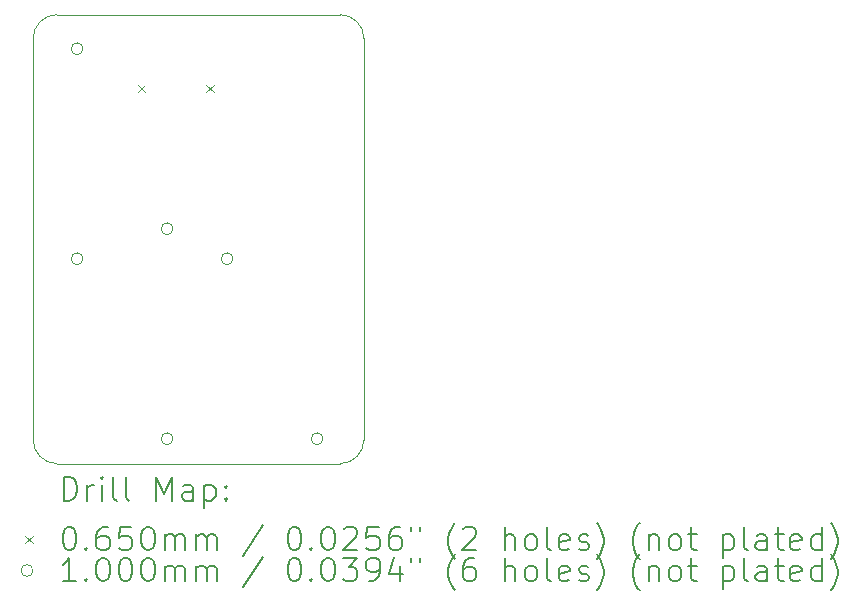
<source format=gbr>
%TF.GenerationSoftware,KiCad,Pcbnew,9.0.2*%
%TF.CreationDate,2025-12-31T10:57:56+01:00*%
%TF.ProjectId,synthmate_L432,73796e74-686d-4617-9465-5f4c3433322e,rev?*%
%TF.SameCoordinates,Original*%
%TF.FileFunction,Drillmap*%
%TF.FilePolarity,Positive*%
%FSLAX45Y45*%
G04 Gerber Fmt 4.5, Leading zero omitted, Abs format (unit mm)*
G04 Created by KiCad (PCBNEW 9.0.2) date 2025-12-31 10:57:56*
%MOMM*%
%LPD*%
G01*
G04 APERTURE LIST*
%ADD10C,0.050000*%
%ADD11C,0.200000*%
%ADD12C,0.100000*%
G04 APERTURE END LIST*
D10*
X12582000Y-7278000D02*
X12582000Y-10678000D01*
X15382000Y-10678000D02*
X15382000Y-7278000D01*
X12782000Y-10878000D02*
X15182000Y-10878000D01*
X15182000Y-7078000D02*
G75*
G02*
X15382000Y-7278000I0J-200000D01*
G01*
X15382000Y-10678000D02*
G75*
G02*
X15182000Y-10878000I-200000J0D01*
G01*
X12782000Y-10878000D02*
G75*
G02*
X12582000Y-10678000I0J200000D01*
G01*
X12582000Y-7278000D02*
G75*
G02*
X12782000Y-7078000I200000J0D01*
G01*
X12782000Y-7078000D02*
X15182000Y-7078000D01*
D11*
D12*
X13466500Y-7670500D02*
X13531500Y-7735500D01*
X13531500Y-7670500D02*
X13466500Y-7735500D01*
X14044500Y-7670500D02*
X14109500Y-7735500D01*
X14109500Y-7670500D02*
X14044500Y-7735500D01*
X13004000Y-7366000D02*
G75*
G02*
X12904000Y-7366000I-50000J0D01*
G01*
X12904000Y-7366000D02*
G75*
G02*
X13004000Y-7366000I50000J0D01*
G01*
X13004000Y-9144000D02*
G75*
G02*
X12904000Y-9144000I-50000J0D01*
G01*
X12904000Y-9144000D02*
G75*
G02*
X13004000Y-9144000I50000J0D01*
G01*
X13766000Y-8890000D02*
G75*
G02*
X13666000Y-8890000I-50000J0D01*
G01*
X13666000Y-8890000D02*
G75*
G02*
X13766000Y-8890000I50000J0D01*
G01*
X13766000Y-10668000D02*
G75*
G02*
X13666000Y-10668000I-50000J0D01*
G01*
X13666000Y-10668000D02*
G75*
G02*
X13766000Y-10668000I50000J0D01*
G01*
X14274000Y-9144000D02*
G75*
G02*
X14174000Y-9144000I-50000J0D01*
G01*
X14174000Y-9144000D02*
G75*
G02*
X14274000Y-9144000I50000J0D01*
G01*
X15036000Y-10668000D02*
G75*
G02*
X14936000Y-10668000I-50000J0D01*
G01*
X14936000Y-10668000D02*
G75*
G02*
X15036000Y-10668000I50000J0D01*
G01*
D11*
X12840277Y-11191984D02*
X12840277Y-10991984D01*
X12840277Y-10991984D02*
X12887896Y-10991984D01*
X12887896Y-10991984D02*
X12916467Y-11001508D01*
X12916467Y-11001508D02*
X12935515Y-11020555D01*
X12935515Y-11020555D02*
X12945039Y-11039603D01*
X12945039Y-11039603D02*
X12954562Y-11077698D01*
X12954562Y-11077698D02*
X12954562Y-11106270D01*
X12954562Y-11106270D02*
X12945039Y-11144365D01*
X12945039Y-11144365D02*
X12935515Y-11163412D01*
X12935515Y-11163412D02*
X12916467Y-11182460D01*
X12916467Y-11182460D02*
X12887896Y-11191984D01*
X12887896Y-11191984D02*
X12840277Y-11191984D01*
X13040277Y-11191984D02*
X13040277Y-11058650D01*
X13040277Y-11096746D02*
X13049801Y-11077698D01*
X13049801Y-11077698D02*
X13059324Y-11068174D01*
X13059324Y-11068174D02*
X13078372Y-11058650D01*
X13078372Y-11058650D02*
X13097420Y-11058650D01*
X13164086Y-11191984D02*
X13164086Y-11058650D01*
X13164086Y-10991984D02*
X13154562Y-11001508D01*
X13154562Y-11001508D02*
X13164086Y-11011031D01*
X13164086Y-11011031D02*
X13173610Y-11001508D01*
X13173610Y-11001508D02*
X13164086Y-10991984D01*
X13164086Y-10991984D02*
X13164086Y-11011031D01*
X13287896Y-11191984D02*
X13268848Y-11182460D01*
X13268848Y-11182460D02*
X13259324Y-11163412D01*
X13259324Y-11163412D02*
X13259324Y-10991984D01*
X13392658Y-11191984D02*
X13373610Y-11182460D01*
X13373610Y-11182460D02*
X13364086Y-11163412D01*
X13364086Y-11163412D02*
X13364086Y-10991984D01*
X13621229Y-11191984D02*
X13621229Y-10991984D01*
X13621229Y-10991984D02*
X13687896Y-11134841D01*
X13687896Y-11134841D02*
X13754562Y-10991984D01*
X13754562Y-10991984D02*
X13754562Y-11191984D01*
X13935515Y-11191984D02*
X13935515Y-11087222D01*
X13935515Y-11087222D02*
X13925991Y-11068174D01*
X13925991Y-11068174D02*
X13906943Y-11058650D01*
X13906943Y-11058650D02*
X13868848Y-11058650D01*
X13868848Y-11058650D02*
X13849801Y-11068174D01*
X13935515Y-11182460D02*
X13916467Y-11191984D01*
X13916467Y-11191984D02*
X13868848Y-11191984D01*
X13868848Y-11191984D02*
X13849801Y-11182460D01*
X13849801Y-11182460D02*
X13840277Y-11163412D01*
X13840277Y-11163412D02*
X13840277Y-11144365D01*
X13840277Y-11144365D02*
X13849801Y-11125317D01*
X13849801Y-11125317D02*
X13868848Y-11115793D01*
X13868848Y-11115793D02*
X13916467Y-11115793D01*
X13916467Y-11115793D02*
X13935515Y-11106270D01*
X14030753Y-11058650D02*
X14030753Y-11258650D01*
X14030753Y-11068174D02*
X14049801Y-11058650D01*
X14049801Y-11058650D02*
X14087896Y-11058650D01*
X14087896Y-11058650D02*
X14106943Y-11068174D01*
X14106943Y-11068174D02*
X14116467Y-11077698D01*
X14116467Y-11077698D02*
X14125991Y-11096746D01*
X14125991Y-11096746D02*
X14125991Y-11153889D01*
X14125991Y-11153889D02*
X14116467Y-11172936D01*
X14116467Y-11172936D02*
X14106943Y-11182460D01*
X14106943Y-11182460D02*
X14087896Y-11191984D01*
X14087896Y-11191984D02*
X14049801Y-11191984D01*
X14049801Y-11191984D02*
X14030753Y-11182460D01*
X14211705Y-11172936D02*
X14221229Y-11182460D01*
X14221229Y-11182460D02*
X14211705Y-11191984D01*
X14211705Y-11191984D02*
X14202182Y-11182460D01*
X14202182Y-11182460D02*
X14211705Y-11172936D01*
X14211705Y-11172936D02*
X14211705Y-11191984D01*
X14211705Y-11068174D02*
X14221229Y-11077698D01*
X14221229Y-11077698D02*
X14211705Y-11087222D01*
X14211705Y-11087222D02*
X14202182Y-11077698D01*
X14202182Y-11077698D02*
X14211705Y-11068174D01*
X14211705Y-11068174D02*
X14211705Y-11087222D01*
D12*
X12514500Y-11488000D02*
X12579500Y-11553000D01*
X12579500Y-11488000D02*
X12514500Y-11553000D01*
D11*
X12878372Y-11411984D02*
X12897420Y-11411984D01*
X12897420Y-11411984D02*
X12916467Y-11421508D01*
X12916467Y-11421508D02*
X12925991Y-11431031D01*
X12925991Y-11431031D02*
X12935515Y-11450079D01*
X12935515Y-11450079D02*
X12945039Y-11488174D01*
X12945039Y-11488174D02*
X12945039Y-11535793D01*
X12945039Y-11535793D02*
X12935515Y-11573888D01*
X12935515Y-11573888D02*
X12925991Y-11592936D01*
X12925991Y-11592936D02*
X12916467Y-11602460D01*
X12916467Y-11602460D02*
X12897420Y-11611984D01*
X12897420Y-11611984D02*
X12878372Y-11611984D01*
X12878372Y-11611984D02*
X12859324Y-11602460D01*
X12859324Y-11602460D02*
X12849801Y-11592936D01*
X12849801Y-11592936D02*
X12840277Y-11573888D01*
X12840277Y-11573888D02*
X12830753Y-11535793D01*
X12830753Y-11535793D02*
X12830753Y-11488174D01*
X12830753Y-11488174D02*
X12840277Y-11450079D01*
X12840277Y-11450079D02*
X12849801Y-11431031D01*
X12849801Y-11431031D02*
X12859324Y-11421508D01*
X12859324Y-11421508D02*
X12878372Y-11411984D01*
X13030753Y-11592936D02*
X13040277Y-11602460D01*
X13040277Y-11602460D02*
X13030753Y-11611984D01*
X13030753Y-11611984D02*
X13021229Y-11602460D01*
X13021229Y-11602460D02*
X13030753Y-11592936D01*
X13030753Y-11592936D02*
X13030753Y-11611984D01*
X13211705Y-11411984D02*
X13173610Y-11411984D01*
X13173610Y-11411984D02*
X13154562Y-11421508D01*
X13154562Y-11421508D02*
X13145039Y-11431031D01*
X13145039Y-11431031D02*
X13125991Y-11459603D01*
X13125991Y-11459603D02*
X13116467Y-11497698D01*
X13116467Y-11497698D02*
X13116467Y-11573888D01*
X13116467Y-11573888D02*
X13125991Y-11592936D01*
X13125991Y-11592936D02*
X13135515Y-11602460D01*
X13135515Y-11602460D02*
X13154562Y-11611984D01*
X13154562Y-11611984D02*
X13192658Y-11611984D01*
X13192658Y-11611984D02*
X13211705Y-11602460D01*
X13211705Y-11602460D02*
X13221229Y-11592936D01*
X13221229Y-11592936D02*
X13230753Y-11573888D01*
X13230753Y-11573888D02*
X13230753Y-11526269D01*
X13230753Y-11526269D02*
X13221229Y-11507222D01*
X13221229Y-11507222D02*
X13211705Y-11497698D01*
X13211705Y-11497698D02*
X13192658Y-11488174D01*
X13192658Y-11488174D02*
X13154562Y-11488174D01*
X13154562Y-11488174D02*
X13135515Y-11497698D01*
X13135515Y-11497698D02*
X13125991Y-11507222D01*
X13125991Y-11507222D02*
X13116467Y-11526269D01*
X13411705Y-11411984D02*
X13316467Y-11411984D01*
X13316467Y-11411984D02*
X13306943Y-11507222D01*
X13306943Y-11507222D02*
X13316467Y-11497698D01*
X13316467Y-11497698D02*
X13335515Y-11488174D01*
X13335515Y-11488174D02*
X13383134Y-11488174D01*
X13383134Y-11488174D02*
X13402182Y-11497698D01*
X13402182Y-11497698D02*
X13411705Y-11507222D01*
X13411705Y-11507222D02*
X13421229Y-11526269D01*
X13421229Y-11526269D02*
X13421229Y-11573888D01*
X13421229Y-11573888D02*
X13411705Y-11592936D01*
X13411705Y-11592936D02*
X13402182Y-11602460D01*
X13402182Y-11602460D02*
X13383134Y-11611984D01*
X13383134Y-11611984D02*
X13335515Y-11611984D01*
X13335515Y-11611984D02*
X13316467Y-11602460D01*
X13316467Y-11602460D02*
X13306943Y-11592936D01*
X13545039Y-11411984D02*
X13564086Y-11411984D01*
X13564086Y-11411984D02*
X13583134Y-11421508D01*
X13583134Y-11421508D02*
X13592658Y-11431031D01*
X13592658Y-11431031D02*
X13602182Y-11450079D01*
X13602182Y-11450079D02*
X13611705Y-11488174D01*
X13611705Y-11488174D02*
X13611705Y-11535793D01*
X13611705Y-11535793D02*
X13602182Y-11573888D01*
X13602182Y-11573888D02*
X13592658Y-11592936D01*
X13592658Y-11592936D02*
X13583134Y-11602460D01*
X13583134Y-11602460D02*
X13564086Y-11611984D01*
X13564086Y-11611984D02*
X13545039Y-11611984D01*
X13545039Y-11611984D02*
X13525991Y-11602460D01*
X13525991Y-11602460D02*
X13516467Y-11592936D01*
X13516467Y-11592936D02*
X13506943Y-11573888D01*
X13506943Y-11573888D02*
X13497420Y-11535793D01*
X13497420Y-11535793D02*
X13497420Y-11488174D01*
X13497420Y-11488174D02*
X13506943Y-11450079D01*
X13506943Y-11450079D02*
X13516467Y-11431031D01*
X13516467Y-11431031D02*
X13525991Y-11421508D01*
X13525991Y-11421508D02*
X13545039Y-11411984D01*
X13697420Y-11611984D02*
X13697420Y-11478650D01*
X13697420Y-11497698D02*
X13706943Y-11488174D01*
X13706943Y-11488174D02*
X13725991Y-11478650D01*
X13725991Y-11478650D02*
X13754563Y-11478650D01*
X13754563Y-11478650D02*
X13773610Y-11488174D01*
X13773610Y-11488174D02*
X13783134Y-11507222D01*
X13783134Y-11507222D02*
X13783134Y-11611984D01*
X13783134Y-11507222D02*
X13792658Y-11488174D01*
X13792658Y-11488174D02*
X13811705Y-11478650D01*
X13811705Y-11478650D02*
X13840277Y-11478650D01*
X13840277Y-11478650D02*
X13859324Y-11488174D01*
X13859324Y-11488174D02*
X13868848Y-11507222D01*
X13868848Y-11507222D02*
X13868848Y-11611984D01*
X13964086Y-11611984D02*
X13964086Y-11478650D01*
X13964086Y-11497698D02*
X13973610Y-11488174D01*
X13973610Y-11488174D02*
X13992658Y-11478650D01*
X13992658Y-11478650D02*
X14021229Y-11478650D01*
X14021229Y-11478650D02*
X14040277Y-11488174D01*
X14040277Y-11488174D02*
X14049801Y-11507222D01*
X14049801Y-11507222D02*
X14049801Y-11611984D01*
X14049801Y-11507222D02*
X14059324Y-11488174D01*
X14059324Y-11488174D02*
X14078372Y-11478650D01*
X14078372Y-11478650D02*
X14106943Y-11478650D01*
X14106943Y-11478650D02*
X14125991Y-11488174D01*
X14125991Y-11488174D02*
X14135515Y-11507222D01*
X14135515Y-11507222D02*
X14135515Y-11611984D01*
X14525991Y-11402460D02*
X14354563Y-11659603D01*
X14783134Y-11411984D02*
X14802182Y-11411984D01*
X14802182Y-11411984D02*
X14821229Y-11421508D01*
X14821229Y-11421508D02*
X14830753Y-11431031D01*
X14830753Y-11431031D02*
X14840277Y-11450079D01*
X14840277Y-11450079D02*
X14849801Y-11488174D01*
X14849801Y-11488174D02*
X14849801Y-11535793D01*
X14849801Y-11535793D02*
X14840277Y-11573888D01*
X14840277Y-11573888D02*
X14830753Y-11592936D01*
X14830753Y-11592936D02*
X14821229Y-11602460D01*
X14821229Y-11602460D02*
X14802182Y-11611984D01*
X14802182Y-11611984D02*
X14783134Y-11611984D01*
X14783134Y-11611984D02*
X14764086Y-11602460D01*
X14764086Y-11602460D02*
X14754563Y-11592936D01*
X14754563Y-11592936D02*
X14745039Y-11573888D01*
X14745039Y-11573888D02*
X14735515Y-11535793D01*
X14735515Y-11535793D02*
X14735515Y-11488174D01*
X14735515Y-11488174D02*
X14745039Y-11450079D01*
X14745039Y-11450079D02*
X14754563Y-11431031D01*
X14754563Y-11431031D02*
X14764086Y-11421508D01*
X14764086Y-11421508D02*
X14783134Y-11411984D01*
X14935515Y-11592936D02*
X14945039Y-11602460D01*
X14945039Y-11602460D02*
X14935515Y-11611984D01*
X14935515Y-11611984D02*
X14925991Y-11602460D01*
X14925991Y-11602460D02*
X14935515Y-11592936D01*
X14935515Y-11592936D02*
X14935515Y-11611984D01*
X15068848Y-11411984D02*
X15087896Y-11411984D01*
X15087896Y-11411984D02*
X15106944Y-11421508D01*
X15106944Y-11421508D02*
X15116467Y-11431031D01*
X15116467Y-11431031D02*
X15125991Y-11450079D01*
X15125991Y-11450079D02*
X15135515Y-11488174D01*
X15135515Y-11488174D02*
X15135515Y-11535793D01*
X15135515Y-11535793D02*
X15125991Y-11573888D01*
X15125991Y-11573888D02*
X15116467Y-11592936D01*
X15116467Y-11592936D02*
X15106944Y-11602460D01*
X15106944Y-11602460D02*
X15087896Y-11611984D01*
X15087896Y-11611984D02*
X15068848Y-11611984D01*
X15068848Y-11611984D02*
X15049801Y-11602460D01*
X15049801Y-11602460D02*
X15040277Y-11592936D01*
X15040277Y-11592936D02*
X15030753Y-11573888D01*
X15030753Y-11573888D02*
X15021229Y-11535793D01*
X15021229Y-11535793D02*
X15021229Y-11488174D01*
X15021229Y-11488174D02*
X15030753Y-11450079D01*
X15030753Y-11450079D02*
X15040277Y-11431031D01*
X15040277Y-11431031D02*
X15049801Y-11421508D01*
X15049801Y-11421508D02*
X15068848Y-11411984D01*
X15211706Y-11431031D02*
X15221229Y-11421508D01*
X15221229Y-11421508D02*
X15240277Y-11411984D01*
X15240277Y-11411984D02*
X15287896Y-11411984D01*
X15287896Y-11411984D02*
X15306944Y-11421508D01*
X15306944Y-11421508D02*
X15316467Y-11431031D01*
X15316467Y-11431031D02*
X15325991Y-11450079D01*
X15325991Y-11450079D02*
X15325991Y-11469127D01*
X15325991Y-11469127D02*
X15316467Y-11497698D01*
X15316467Y-11497698D02*
X15202182Y-11611984D01*
X15202182Y-11611984D02*
X15325991Y-11611984D01*
X15506944Y-11411984D02*
X15411706Y-11411984D01*
X15411706Y-11411984D02*
X15402182Y-11507222D01*
X15402182Y-11507222D02*
X15411706Y-11497698D01*
X15411706Y-11497698D02*
X15430753Y-11488174D01*
X15430753Y-11488174D02*
X15478372Y-11488174D01*
X15478372Y-11488174D02*
X15497420Y-11497698D01*
X15497420Y-11497698D02*
X15506944Y-11507222D01*
X15506944Y-11507222D02*
X15516467Y-11526269D01*
X15516467Y-11526269D02*
X15516467Y-11573888D01*
X15516467Y-11573888D02*
X15506944Y-11592936D01*
X15506944Y-11592936D02*
X15497420Y-11602460D01*
X15497420Y-11602460D02*
X15478372Y-11611984D01*
X15478372Y-11611984D02*
X15430753Y-11611984D01*
X15430753Y-11611984D02*
X15411706Y-11602460D01*
X15411706Y-11602460D02*
X15402182Y-11592936D01*
X15687896Y-11411984D02*
X15649801Y-11411984D01*
X15649801Y-11411984D02*
X15630753Y-11421508D01*
X15630753Y-11421508D02*
X15621229Y-11431031D01*
X15621229Y-11431031D02*
X15602182Y-11459603D01*
X15602182Y-11459603D02*
X15592658Y-11497698D01*
X15592658Y-11497698D02*
X15592658Y-11573888D01*
X15592658Y-11573888D02*
X15602182Y-11592936D01*
X15602182Y-11592936D02*
X15611706Y-11602460D01*
X15611706Y-11602460D02*
X15630753Y-11611984D01*
X15630753Y-11611984D02*
X15668848Y-11611984D01*
X15668848Y-11611984D02*
X15687896Y-11602460D01*
X15687896Y-11602460D02*
X15697420Y-11592936D01*
X15697420Y-11592936D02*
X15706944Y-11573888D01*
X15706944Y-11573888D02*
X15706944Y-11526269D01*
X15706944Y-11526269D02*
X15697420Y-11507222D01*
X15697420Y-11507222D02*
X15687896Y-11497698D01*
X15687896Y-11497698D02*
X15668848Y-11488174D01*
X15668848Y-11488174D02*
X15630753Y-11488174D01*
X15630753Y-11488174D02*
X15611706Y-11497698D01*
X15611706Y-11497698D02*
X15602182Y-11507222D01*
X15602182Y-11507222D02*
X15592658Y-11526269D01*
X15783134Y-11411984D02*
X15783134Y-11450079D01*
X15859325Y-11411984D02*
X15859325Y-11450079D01*
X16154563Y-11688174D02*
X16145039Y-11678650D01*
X16145039Y-11678650D02*
X16125991Y-11650079D01*
X16125991Y-11650079D02*
X16116468Y-11631031D01*
X16116468Y-11631031D02*
X16106944Y-11602460D01*
X16106944Y-11602460D02*
X16097420Y-11554841D01*
X16097420Y-11554841D02*
X16097420Y-11516746D01*
X16097420Y-11516746D02*
X16106944Y-11469127D01*
X16106944Y-11469127D02*
X16116468Y-11440555D01*
X16116468Y-11440555D02*
X16125991Y-11421508D01*
X16125991Y-11421508D02*
X16145039Y-11392936D01*
X16145039Y-11392936D02*
X16154563Y-11383412D01*
X16221229Y-11431031D02*
X16230753Y-11421508D01*
X16230753Y-11421508D02*
X16249801Y-11411984D01*
X16249801Y-11411984D02*
X16297420Y-11411984D01*
X16297420Y-11411984D02*
X16316468Y-11421508D01*
X16316468Y-11421508D02*
X16325991Y-11431031D01*
X16325991Y-11431031D02*
X16335515Y-11450079D01*
X16335515Y-11450079D02*
X16335515Y-11469127D01*
X16335515Y-11469127D02*
X16325991Y-11497698D01*
X16325991Y-11497698D02*
X16211706Y-11611984D01*
X16211706Y-11611984D02*
X16335515Y-11611984D01*
X16573610Y-11611984D02*
X16573610Y-11411984D01*
X16659325Y-11611984D02*
X16659325Y-11507222D01*
X16659325Y-11507222D02*
X16649801Y-11488174D01*
X16649801Y-11488174D02*
X16630753Y-11478650D01*
X16630753Y-11478650D02*
X16602182Y-11478650D01*
X16602182Y-11478650D02*
X16583134Y-11488174D01*
X16583134Y-11488174D02*
X16573610Y-11497698D01*
X16783134Y-11611984D02*
X16764087Y-11602460D01*
X16764087Y-11602460D02*
X16754563Y-11592936D01*
X16754563Y-11592936D02*
X16745039Y-11573888D01*
X16745039Y-11573888D02*
X16745039Y-11516746D01*
X16745039Y-11516746D02*
X16754563Y-11497698D01*
X16754563Y-11497698D02*
X16764087Y-11488174D01*
X16764087Y-11488174D02*
X16783134Y-11478650D01*
X16783134Y-11478650D02*
X16811706Y-11478650D01*
X16811706Y-11478650D02*
X16830753Y-11488174D01*
X16830753Y-11488174D02*
X16840277Y-11497698D01*
X16840277Y-11497698D02*
X16849801Y-11516746D01*
X16849801Y-11516746D02*
X16849801Y-11573888D01*
X16849801Y-11573888D02*
X16840277Y-11592936D01*
X16840277Y-11592936D02*
X16830753Y-11602460D01*
X16830753Y-11602460D02*
X16811706Y-11611984D01*
X16811706Y-11611984D02*
X16783134Y-11611984D01*
X16964087Y-11611984D02*
X16945039Y-11602460D01*
X16945039Y-11602460D02*
X16935515Y-11583412D01*
X16935515Y-11583412D02*
X16935515Y-11411984D01*
X17116468Y-11602460D02*
X17097420Y-11611984D01*
X17097420Y-11611984D02*
X17059325Y-11611984D01*
X17059325Y-11611984D02*
X17040277Y-11602460D01*
X17040277Y-11602460D02*
X17030753Y-11583412D01*
X17030753Y-11583412D02*
X17030753Y-11507222D01*
X17030753Y-11507222D02*
X17040277Y-11488174D01*
X17040277Y-11488174D02*
X17059325Y-11478650D01*
X17059325Y-11478650D02*
X17097420Y-11478650D01*
X17097420Y-11478650D02*
X17116468Y-11488174D01*
X17116468Y-11488174D02*
X17125992Y-11507222D01*
X17125992Y-11507222D02*
X17125992Y-11526269D01*
X17125992Y-11526269D02*
X17030753Y-11545317D01*
X17202182Y-11602460D02*
X17221230Y-11611984D01*
X17221230Y-11611984D02*
X17259325Y-11611984D01*
X17259325Y-11611984D02*
X17278373Y-11602460D01*
X17278373Y-11602460D02*
X17287896Y-11583412D01*
X17287896Y-11583412D02*
X17287896Y-11573888D01*
X17287896Y-11573888D02*
X17278373Y-11554841D01*
X17278373Y-11554841D02*
X17259325Y-11545317D01*
X17259325Y-11545317D02*
X17230753Y-11545317D01*
X17230753Y-11545317D02*
X17211706Y-11535793D01*
X17211706Y-11535793D02*
X17202182Y-11516746D01*
X17202182Y-11516746D02*
X17202182Y-11507222D01*
X17202182Y-11507222D02*
X17211706Y-11488174D01*
X17211706Y-11488174D02*
X17230753Y-11478650D01*
X17230753Y-11478650D02*
X17259325Y-11478650D01*
X17259325Y-11478650D02*
X17278373Y-11488174D01*
X17354563Y-11688174D02*
X17364087Y-11678650D01*
X17364087Y-11678650D02*
X17383134Y-11650079D01*
X17383134Y-11650079D02*
X17392658Y-11631031D01*
X17392658Y-11631031D02*
X17402182Y-11602460D01*
X17402182Y-11602460D02*
X17411706Y-11554841D01*
X17411706Y-11554841D02*
X17411706Y-11516746D01*
X17411706Y-11516746D02*
X17402182Y-11469127D01*
X17402182Y-11469127D02*
X17392658Y-11440555D01*
X17392658Y-11440555D02*
X17383134Y-11421508D01*
X17383134Y-11421508D02*
X17364087Y-11392936D01*
X17364087Y-11392936D02*
X17354563Y-11383412D01*
X17716468Y-11688174D02*
X17706944Y-11678650D01*
X17706944Y-11678650D02*
X17687896Y-11650079D01*
X17687896Y-11650079D02*
X17678373Y-11631031D01*
X17678373Y-11631031D02*
X17668849Y-11602460D01*
X17668849Y-11602460D02*
X17659325Y-11554841D01*
X17659325Y-11554841D02*
X17659325Y-11516746D01*
X17659325Y-11516746D02*
X17668849Y-11469127D01*
X17668849Y-11469127D02*
X17678373Y-11440555D01*
X17678373Y-11440555D02*
X17687896Y-11421508D01*
X17687896Y-11421508D02*
X17706944Y-11392936D01*
X17706944Y-11392936D02*
X17716468Y-11383412D01*
X17792658Y-11478650D02*
X17792658Y-11611984D01*
X17792658Y-11497698D02*
X17802182Y-11488174D01*
X17802182Y-11488174D02*
X17821230Y-11478650D01*
X17821230Y-11478650D02*
X17849801Y-11478650D01*
X17849801Y-11478650D02*
X17868849Y-11488174D01*
X17868849Y-11488174D02*
X17878373Y-11507222D01*
X17878373Y-11507222D02*
X17878373Y-11611984D01*
X18002182Y-11611984D02*
X17983134Y-11602460D01*
X17983134Y-11602460D02*
X17973611Y-11592936D01*
X17973611Y-11592936D02*
X17964087Y-11573888D01*
X17964087Y-11573888D02*
X17964087Y-11516746D01*
X17964087Y-11516746D02*
X17973611Y-11497698D01*
X17973611Y-11497698D02*
X17983134Y-11488174D01*
X17983134Y-11488174D02*
X18002182Y-11478650D01*
X18002182Y-11478650D02*
X18030754Y-11478650D01*
X18030754Y-11478650D02*
X18049801Y-11488174D01*
X18049801Y-11488174D02*
X18059325Y-11497698D01*
X18059325Y-11497698D02*
X18068849Y-11516746D01*
X18068849Y-11516746D02*
X18068849Y-11573888D01*
X18068849Y-11573888D02*
X18059325Y-11592936D01*
X18059325Y-11592936D02*
X18049801Y-11602460D01*
X18049801Y-11602460D02*
X18030754Y-11611984D01*
X18030754Y-11611984D02*
X18002182Y-11611984D01*
X18125992Y-11478650D02*
X18202182Y-11478650D01*
X18154563Y-11411984D02*
X18154563Y-11583412D01*
X18154563Y-11583412D02*
X18164087Y-11602460D01*
X18164087Y-11602460D02*
X18183134Y-11611984D01*
X18183134Y-11611984D02*
X18202182Y-11611984D01*
X18421230Y-11478650D02*
X18421230Y-11678650D01*
X18421230Y-11488174D02*
X18440277Y-11478650D01*
X18440277Y-11478650D02*
X18478373Y-11478650D01*
X18478373Y-11478650D02*
X18497420Y-11488174D01*
X18497420Y-11488174D02*
X18506944Y-11497698D01*
X18506944Y-11497698D02*
X18516468Y-11516746D01*
X18516468Y-11516746D02*
X18516468Y-11573888D01*
X18516468Y-11573888D02*
X18506944Y-11592936D01*
X18506944Y-11592936D02*
X18497420Y-11602460D01*
X18497420Y-11602460D02*
X18478373Y-11611984D01*
X18478373Y-11611984D02*
X18440277Y-11611984D01*
X18440277Y-11611984D02*
X18421230Y-11602460D01*
X18630754Y-11611984D02*
X18611706Y-11602460D01*
X18611706Y-11602460D02*
X18602182Y-11583412D01*
X18602182Y-11583412D02*
X18602182Y-11411984D01*
X18792658Y-11611984D02*
X18792658Y-11507222D01*
X18792658Y-11507222D02*
X18783135Y-11488174D01*
X18783135Y-11488174D02*
X18764087Y-11478650D01*
X18764087Y-11478650D02*
X18725992Y-11478650D01*
X18725992Y-11478650D02*
X18706944Y-11488174D01*
X18792658Y-11602460D02*
X18773611Y-11611984D01*
X18773611Y-11611984D02*
X18725992Y-11611984D01*
X18725992Y-11611984D02*
X18706944Y-11602460D01*
X18706944Y-11602460D02*
X18697420Y-11583412D01*
X18697420Y-11583412D02*
X18697420Y-11564365D01*
X18697420Y-11564365D02*
X18706944Y-11545317D01*
X18706944Y-11545317D02*
X18725992Y-11535793D01*
X18725992Y-11535793D02*
X18773611Y-11535793D01*
X18773611Y-11535793D02*
X18792658Y-11526269D01*
X18859325Y-11478650D02*
X18935515Y-11478650D01*
X18887896Y-11411984D02*
X18887896Y-11583412D01*
X18887896Y-11583412D02*
X18897420Y-11602460D01*
X18897420Y-11602460D02*
X18916468Y-11611984D01*
X18916468Y-11611984D02*
X18935515Y-11611984D01*
X19078373Y-11602460D02*
X19059325Y-11611984D01*
X19059325Y-11611984D02*
X19021230Y-11611984D01*
X19021230Y-11611984D02*
X19002182Y-11602460D01*
X19002182Y-11602460D02*
X18992658Y-11583412D01*
X18992658Y-11583412D02*
X18992658Y-11507222D01*
X18992658Y-11507222D02*
X19002182Y-11488174D01*
X19002182Y-11488174D02*
X19021230Y-11478650D01*
X19021230Y-11478650D02*
X19059325Y-11478650D01*
X19059325Y-11478650D02*
X19078373Y-11488174D01*
X19078373Y-11488174D02*
X19087896Y-11507222D01*
X19087896Y-11507222D02*
X19087896Y-11526269D01*
X19087896Y-11526269D02*
X18992658Y-11545317D01*
X19259325Y-11611984D02*
X19259325Y-11411984D01*
X19259325Y-11602460D02*
X19240277Y-11611984D01*
X19240277Y-11611984D02*
X19202182Y-11611984D01*
X19202182Y-11611984D02*
X19183135Y-11602460D01*
X19183135Y-11602460D02*
X19173611Y-11592936D01*
X19173611Y-11592936D02*
X19164087Y-11573888D01*
X19164087Y-11573888D02*
X19164087Y-11516746D01*
X19164087Y-11516746D02*
X19173611Y-11497698D01*
X19173611Y-11497698D02*
X19183135Y-11488174D01*
X19183135Y-11488174D02*
X19202182Y-11478650D01*
X19202182Y-11478650D02*
X19240277Y-11478650D01*
X19240277Y-11478650D02*
X19259325Y-11488174D01*
X19335516Y-11688174D02*
X19345039Y-11678650D01*
X19345039Y-11678650D02*
X19364087Y-11650079D01*
X19364087Y-11650079D02*
X19373611Y-11631031D01*
X19373611Y-11631031D02*
X19383135Y-11602460D01*
X19383135Y-11602460D02*
X19392658Y-11554841D01*
X19392658Y-11554841D02*
X19392658Y-11516746D01*
X19392658Y-11516746D02*
X19383135Y-11469127D01*
X19383135Y-11469127D02*
X19373611Y-11440555D01*
X19373611Y-11440555D02*
X19364087Y-11421508D01*
X19364087Y-11421508D02*
X19345039Y-11392936D01*
X19345039Y-11392936D02*
X19335516Y-11383412D01*
D12*
X12579500Y-11784500D02*
G75*
G02*
X12479500Y-11784500I-50000J0D01*
G01*
X12479500Y-11784500D02*
G75*
G02*
X12579500Y-11784500I50000J0D01*
G01*
D11*
X12945039Y-11875984D02*
X12830753Y-11875984D01*
X12887896Y-11875984D02*
X12887896Y-11675984D01*
X12887896Y-11675984D02*
X12868848Y-11704555D01*
X12868848Y-11704555D02*
X12849801Y-11723603D01*
X12849801Y-11723603D02*
X12830753Y-11733127D01*
X13030753Y-11856936D02*
X13040277Y-11866460D01*
X13040277Y-11866460D02*
X13030753Y-11875984D01*
X13030753Y-11875984D02*
X13021229Y-11866460D01*
X13021229Y-11866460D02*
X13030753Y-11856936D01*
X13030753Y-11856936D02*
X13030753Y-11875984D01*
X13164086Y-11675984D02*
X13183134Y-11675984D01*
X13183134Y-11675984D02*
X13202182Y-11685508D01*
X13202182Y-11685508D02*
X13211705Y-11695031D01*
X13211705Y-11695031D02*
X13221229Y-11714079D01*
X13221229Y-11714079D02*
X13230753Y-11752174D01*
X13230753Y-11752174D02*
X13230753Y-11799793D01*
X13230753Y-11799793D02*
X13221229Y-11837888D01*
X13221229Y-11837888D02*
X13211705Y-11856936D01*
X13211705Y-11856936D02*
X13202182Y-11866460D01*
X13202182Y-11866460D02*
X13183134Y-11875984D01*
X13183134Y-11875984D02*
X13164086Y-11875984D01*
X13164086Y-11875984D02*
X13145039Y-11866460D01*
X13145039Y-11866460D02*
X13135515Y-11856936D01*
X13135515Y-11856936D02*
X13125991Y-11837888D01*
X13125991Y-11837888D02*
X13116467Y-11799793D01*
X13116467Y-11799793D02*
X13116467Y-11752174D01*
X13116467Y-11752174D02*
X13125991Y-11714079D01*
X13125991Y-11714079D02*
X13135515Y-11695031D01*
X13135515Y-11695031D02*
X13145039Y-11685508D01*
X13145039Y-11685508D02*
X13164086Y-11675984D01*
X13354562Y-11675984D02*
X13373610Y-11675984D01*
X13373610Y-11675984D02*
X13392658Y-11685508D01*
X13392658Y-11685508D02*
X13402182Y-11695031D01*
X13402182Y-11695031D02*
X13411705Y-11714079D01*
X13411705Y-11714079D02*
X13421229Y-11752174D01*
X13421229Y-11752174D02*
X13421229Y-11799793D01*
X13421229Y-11799793D02*
X13411705Y-11837888D01*
X13411705Y-11837888D02*
X13402182Y-11856936D01*
X13402182Y-11856936D02*
X13392658Y-11866460D01*
X13392658Y-11866460D02*
X13373610Y-11875984D01*
X13373610Y-11875984D02*
X13354562Y-11875984D01*
X13354562Y-11875984D02*
X13335515Y-11866460D01*
X13335515Y-11866460D02*
X13325991Y-11856936D01*
X13325991Y-11856936D02*
X13316467Y-11837888D01*
X13316467Y-11837888D02*
X13306943Y-11799793D01*
X13306943Y-11799793D02*
X13306943Y-11752174D01*
X13306943Y-11752174D02*
X13316467Y-11714079D01*
X13316467Y-11714079D02*
X13325991Y-11695031D01*
X13325991Y-11695031D02*
X13335515Y-11685508D01*
X13335515Y-11685508D02*
X13354562Y-11675984D01*
X13545039Y-11675984D02*
X13564086Y-11675984D01*
X13564086Y-11675984D02*
X13583134Y-11685508D01*
X13583134Y-11685508D02*
X13592658Y-11695031D01*
X13592658Y-11695031D02*
X13602182Y-11714079D01*
X13602182Y-11714079D02*
X13611705Y-11752174D01*
X13611705Y-11752174D02*
X13611705Y-11799793D01*
X13611705Y-11799793D02*
X13602182Y-11837888D01*
X13602182Y-11837888D02*
X13592658Y-11856936D01*
X13592658Y-11856936D02*
X13583134Y-11866460D01*
X13583134Y-11866460D02*
X13564086Y-11875984D01*
X13564086Y-11875984D02*
X13545039Y-11875984D01*
X13545039Y-11875984D02*
X13525991Y-11866460D01*
X13525991Y-11866460D02*
X13516467Y-11856936D01*
X13516467Y-11856936D02*
X13506943Y-11837888D01*
X13506943Y-11837888D02*
X13497420Y-11799793D01*
X13497420Y-11799793D02*
X13497420Y-11752174D01*
X13497420Y-11752174D02*
X13506943Y-11714079D01*
X13506943Y-11714079D02*
X13516467Y-11695031D01*
X13516467Y-11695031D02*
X13525991Y-11685508D01*
X13525991Y-11685508D02*
X13545039Y-11675984D01*
X13697420Y-11875984D02*
X13697420Y-11742650D01*
X13697420Y-11761698D02*
X13706943Y-11752174D01*
X13706943Y-11752174D02*
X13725991Y-11742650D01*
X13725991Y-11742650D02*
X13754563Y-11742650D01*
X13754563Y-11742650D02*
X13773610Y-11752174D01*
X13773610Y-11752174D02*
X13783134Y-11771222D01*
X13783134Y-11771222D02*
X13783134Y-11875984D01*
X13783134Y-11771222D02*
X13792658Y-11752174D01*
X13792658Y-11752174D02*
X13811705Y-11742650D01*
X13811705Y-11742650D02*
X13840277Y-11742650D01*
X13840277Y-11742650D02*
X13859324Y-11752174D01*
X13859324Y-11752174D02*
X13868848Y-11771222D01*
X13868848Y-11771222D02*
X13868848Y-11875984D01*
X13964086Y-11875984D02*
X13964086Y-11742650D01*
X13964086Y-11761698D02*
X13973610Y-11752174D01*
X13973610Y-11752174D02*
X13992658Y-11742650D01*
X13992658Y-11742650D02*
X14021229Y-11742650D01*
X14021229Y-11742650D02*
X14040277Y-11752174D01*
X14040277Y-11752174D02*
X14049801Y-11771222D01*
X14049801Y-11771222D02*
X14049801Y-11875984D01*
X14049801Y-11771222D02*
X14059324Y-11752174D01*
X14059324Y-11752174D02*
X14078372Y-11742650D01*
X14078372Y-11742650D02*
X14106943Y-11742650D01*
X14106943Y-11742650D02*
X14125991Y-11752174D01*
X14125991Y-11752174D02*
X14135515Y-11771222D01*
X14135515Y-11771222D02*
X14135515Y-11875984D01*
X14525991Y-11666460D02*
X14354563Y-11923603D01*
X14783134Y-11675984D02*
X14802182Y-11675984D01*
X14802182Y-11675984D02*
X14821229Y-11685508D01*
X14821229Y-11685508D02*
X14830753Y-11695031D01*
X14830753Y-11695031D02*
X14840277Y-11714079D01*
X14840277Y-11714079D02*
X14849801Y-11752174D01*
X14849801Y-11752174D02*
X14849801Y-11799793D01*
X14849801Y-11799793D02*
X14840277Y-11837888D01*
X14840277Y-11837888D02*
X14830753Y-11856936D01*
X14830753Y-11856936D02*
X14821229Y-11866460D01*
X14821229Y-11866460D02*
X14802182Y-11875984D01*
X14802182Y-11875984D02*
X14783134Y-11875984D01*
X14783134Y-11875984D02*
X14764086Y-11866460D01*
X14764086Y-11866460D02*
X14754563Y-11856936D01*
X14754563Y-11856936D02*
X14745039Y-11837888D01*
X14745039Y-11837888D02*
X14735515Y-11799793D01*
X14735515Y-11799793D02*
X14735515Y-11752174D01*
X14735515Y-11752174D02*
X14745039Y-11714079D01*
X14745039Y-11714079D02*
X14754563Y-11695031D01*
X14754563Y-11695031D02*
X14764086Y-11685508D01*
X14764086Y-11685508D02*
X14783134Y-11675984D01*
X14935515Y-11856936D02*
X14945039Y-11866460D01*
X14945039Y-11866460D02*
X14935515Y-11875984D01*
X14935515Y-11875984D02*
X14925991Y-11866460D01*
X14925991Y-11866460D02*
X14935515Y-11856936D01*
X14935515Y-11856936D02*
X14935515Y-11875984D01*
X15068848Y-11675984D02*
X15087896Y-11675984D01*
X15087896Y-11675984D02*
X15106944Y-11685508D01*
X15106944Y-11685508D02*
X15116467Y-11695031D01*
X15116467Y-11695031D02*
X15125991Y-11714079D01*
X15125991Y-11714079D02*
X15135515Y-11752174D01*
X15135515Y-11752174D02*
X15135515Y-11799793D01*
X15135515Y-11799793D02*
X15125991Y-11837888D01*
X15125991Y-11837888D02*
X15116467Y-11856936D01*
X15116467Y-11856936D02*
X15106944Y-11866460D01*
X15106944Y-11866460D02*
X15087896Y-11875984D01*
X15087896Y-11875984D02*
X15068848Y-11875984D01*
X15068848Y-11875984D02*
X15049801Y-11866460D01*
X15049801Y-11866460D02*
X15040277Y-11856936D01*
X15040277Y-11856936D02*
X15030753Y-11837888D01*
X15030753Y-11837888D02*
X15021229Y-11799793D01*
X15021229Y-11799793D02*
X15021229Y-11752174D01*
X15021229Y-11752174D02*
X15030753Y-11714079D01*
X15030753Y-11714079D02*
X15040277Y-11695031D01*
X15040277Y-11695031D02*
X15049801Y-11685508D01*
X15049801Y-11685508D02*
X15068848Y-11675984D01*
X15202182Y-11675984D02*
X15325991Y-11675984D01*
X15325991Y-11675984D02*
X15259325Y-11752174D01*
X15259325Y-11752174D02*
X15287896Y-11752174D01*
X15287896Y-11752174D02*
X15306944Y-11761698D01*
X15306944Y-11761698D02*
X15316467Y-11771222D01*
X15316467Y-11771222D02*
X15325991Y-11790269D01*
X15325991Y-11790269D02*
X15325991Y-11837888D01*
X15325991Y-11837888D02*
X15316467Y-11856936D01*
X15316467Y-11856936D02*
X15306944Y-11866460D01*
X15306944Y-11866460D02*
X15287896Y-11875984D01*
X15287896Y-11875984D02*
X15230753Y-11875984D01*
X15230753Y-11875984D02*
X15211706Y-11866460D01*
X15211706Y-11866460D02*
X15202182Y-11856936D01*
X15421229Y-11875984D02*
X15459325Y-11875984D01*
X15459325Y-11875984D02*
X15478372Y-11866460D01*
X15478372Y-11866460D02*
X15487896Y-11856936D01*
X15487896Y-11856936D02*
X15506944Y-11828365D01*
X15506944Y-11828365D02*
X15516467Y-11790269D01*
X15516467Y-11790269D02*
X15516467Y-11714079D01*
X15516467Y-11714079D02*
X15506944Y-11695031D01*
X15506944Y-11695031D02*
X15497420Y-11685508D01*
X15497420Y-11685508D02*
X15478372Y-11675984D01*
X15478372Y-11675984D02*
X15440277Y-11675984D01*
X15440277Y-11675984D02*
X15421229Y-11685508D01*
X15421229Y-11685508D02*
X15411706Y-11695031D01*
X15411706Y-11695031D02*
X15402182Y-11714079D01*
X15402182Y-11714079D02*
X15402182Y-11761698D01*
X15402182Y-11761698D02*
X15411706Y-11780746D01*
X15411706Y-11780746D02*
X15421229Y-11790269D01*
X15421229Y-11790269D02*
X15440277Y-11799793D01*
X15440277Y-11799793D02*
X15478372Y-11799793D01*
X15478372Y-11799793D02*
X15497420Y-11790269D01*
X15497420Y-11790269D02*
X15506944Y-11780746D01*
X15506944Y-11780746D02*
X15516467Y-11761698D01*
X15687896Y-11742650D02*
X15687896Y-11875984D01*
X15640277Y-11666460D02*
X15592658Y-11809317D01*
X15592658Y-11809317D02*
X15716467Y-11809317D01*
X15783134Y-11675984D02*
X15783134Y-11714079D01*
X15859325Y-11675984D02*
X15859325Y-11714079D01*
X16154563Y-11952174D02*
X16145039Y-11942650D01*
X16145039Y-11942650D02*
X16125991Y-11914079D01*
X16125991Y-11914079D02*
X16116468Y-11895031D01*
X16116468Y-11895031D02*
X16106944Y-11866460D01*
X16106944Y-11866460D02*
X16097420Y-11818841D01*
X16097420Y-11818841D02*
X16097420Y-11780746D01*
X16097420Y-11780746D02*
X16106944Y-11733127D01*
X16106944Y-11733127D02*
X16116468Y-11704555D01*
X16116468Y-11704555D02*
X16125991Y-11685508D01*
X16125991Y-11685508D02*
X16145039Y-11656936D01*
X16145039Y-11656936D02*
X16154563Y-11647412D01*
X16316468Y-11675984D02*
X16278372Y-11675984D01*
X16278372Y-11675984D02*
X16259325Y-11685508D01*
X16259325Y-11685508D02*
X16249801Y-11695031D01*
X16249801Y-11695031D02*
X16230753Y-11723603D01*
X16230753Y-11723603D02*
X16221229Y-11761698D01*
X16221229Y-11761698D02*
X16221229Y-11837888D01*
X16221229Y-11837888D02*
X16230753Y-11856936D01*
X16230753Y-11856936D02*
X16240277Y-11866460D01*
X16240277Y-11866460D02*
X16259325Y-11875984D01*
X16259325Y-11875984D02*
X16297420Y-11875984D01*
X16297420Y-11875984D02*
X16316468Y-11866460D01*
X16316468Y-11866460D02*
X16325991Y-11856936D01*
X16325991Y-11856936D02*
X16335515Y-11837888D01*
X16335515Y-11837888D02*
X16335515Y-11790269D01*
X16335515Y-11790269D02*
X16325991Y-11771222D01*
X16325991Y-11771222D02*
X16316468Y-11761698D01*
X16316468Y-11761698D02*
X16297420Y-11752174D01*
X16297420Y-11752174D02*
X16259325Y-11752174D01*
X16259325Y-11752174D02*
X16240277Y-11761698D01*
X16240277Y-11761698D02*
X16230753Y-11771222D01*
X16230753Y-11771222D02*
X16221229Y-11790269D01*
X16573610Y-11875984D02*
X16573610Y-11675984D01*
X16659325Y-11875984D02*
X16659325Y-11771222D01*
X16659325Y-11771222D02*
X16649801Y-11752174D01*
X16649801Y-11752174D02*
X16630753Y-11742650D01*
X16630753Y-11742650D02*
X16602182Y-11742650D01*
X16602182Y-11742650D02*
X16583134Y-11752174D01*
X16583134Y-11752174D02*
X16573610Y-11761698D01*
X16783134Y-11875984D02*
X16764087Y-11866460D01*
X16764087Y-11866460D02*
X16754563Y-11856936D01*
X16754563Y-11856936D02*
X16745039Y-11837888D01*
X16745039Y-11837888D02*
X16745039Y-11780746D01*
X16745039Y-11780746D02*
X16754563Y-11761698D01*
X16754563Y-11761698D02*
X16764087Y-11752174D01*
X16764087Y-11752174D02*
X16783134Y-11742650D01*
X16783134Y-11742650D02*
X16811706Y-11742650D01*
X16811706Y-11742650D02*
X16830753Y-11752174D01*
X16830753Y-11752174D02*
X16840277Y-11761698D01*
X16840277Y-11761698D02*
X16849801Y-11780746D01*
X16849801Y-11780746D02*
X16849801Y-11837888D01*
X16849801Y-11837888D02*
X16840277Y-11856936D01*
X16840277Y-11856936D02*
X16830753Y-11866460D01*
X16830753Y-11866460D02*
X16811706Y-11875984D01*
X16811706Y-11875984D02*
X16783134Y-11875984D01*
X16964087Y-11875984D02*
X16945039Y-11866460D01*
X16945039Y-11866460D02*
X16935515Y-11847412D01*
X16935515Y-11847412D02*
X16935515Y-11675984D01*
X17116468Y-11866460D02*
X17097420Y-11875984D01*
X17097420Y-11875984D02*
X17059325Y-11875984D01*
X17059325Y-11875984D02*
X17040277Y-11866460D01*
X17040277Y-11866460D02*
X17030753Y-11847412D01*
X17030753Y-11847412D02*
X17030753Y-11771222D01*
X17030753Y-11771222D02*
X17040277Y-11752174D01*
X17040277Y-11752174D02*
X17059325Y-11742650D01*
X17059325Y-11742650D02*
X17097420Y-11742650D01*
X17097420Y-11742650D02*
X17116468Y-11752174D01*
X17116468Y-11752174D02*
X17125992Y-11771222D01*
X17125992Y-11771222D02*
X17125992Y-11790269D01*
X17125992Y-11790269D02*
X17030753Y-11809317D01*
X17202182Y-11866460D02*
X17221230Y-11875984D01*
X17221230Y-11875984D02*
X17259325Y-11875984D01*
X17259325Y-11875984D02*
X17278373Y-11866460D01*
X17278373Y-11866460D02*
X17287896Y-11847412D01*
X17287896Y-11847412D02*
X17287896Y-11837888D01*
X17287896Y-11837888D02*
X17278373Y-11818841D01*
X17278373Y-11818841D02*
X17259325Y-11809317D01*
X17259325Y-11809317D02*
X17230753Y-11809317D01*
X17230753Y-11809317D02*
X17211706Y-11799793D01*
X17211706Y-11799793D02*
X17202182Y-11780746D01*
X17202182Y-11780746D02*
X17202182Y-11771222D01*
X17202182Y-11771222D02*
X17211706Y-11752174D01*
X17211706Y-11752174D02*
X17230753Y-11742650D01*
X17230753Y-11742650D02*
X17259325Y-11742650D01*
X17259325Y-11742650D02*
X17278373Y-11752174D01*
X17354563Y-11952174D02*
X17364087Y-11942650D01*
X17364087Y-11942650D02*
X17383134Y-11914079D01*
X17383134Y-11914079D02*
X17392658Y-11895031D01*
X17392658Y-11895031D02*
X17402182Y-11866460D01*
X17402182Y-11866460D02*
X17411706Y-11818841D01*
X17411706Y-11818841D02*
X17411706Y-11780746D01*
X17411706Y-11780746D02*
X17402182Y-11733127D01*
X17402182Y-11733127D02*
X17392658Y-11704555D01*
X17392658Y-11704555D02*
X17383134Y-11685508D01*
X17383134Y-11685508D02*
X17364087Y-11656936D01*
X17364087Y-11656936D02*
X17354563Y-11647412D01*
X17716468Y-11952174D02*
X17706944Y-11942650D01*
X17706944Y-11942650D02*
X17687896Y-11914079D01*
X17687896Y-11914079D02*
X17678373Y-11895031D01*
X17678373Y-11895031D02*
X17668849Y-11866460D01*
X17668849Y-11866460D02*
X17659325Y-11818841D01*
X17659325Y-11818841D02*
X17659325Y-11780746D01*
X17659325Y-11780746D02*
X17668849Y-11733127D01*
X17668849Y-11733127D02*
X17678373Y-11704555D01*
X17678373Y-11704555D02*
X17687896Y-11685508D01*
X17687896Y-11685508D02*
X17706944Y-11656936D01*
X17706944Y-11656936D02*
X17716468Y-11647412D01*
X17792658Y-11742650D02*
X17792658Y-11875984D01*
X17792658Y-11761698D02*
X17802182Y-11752174D01*
X17802182Y-11752174D02*
X17821230Y-11742650D01*
X17821230Y-11742650D02*
X17849801Y-11742650D01*
X17849801Y-11742650D02*
X17868849Y-11752174D01*
X17868849Y-11752174D02*
X17878373Y-11771222D01*
X17878373Y-11771222D02*
X17878373Y-11875984D01*
X18002182Y-11875984D02*
X17983134Y-11866460D01*
X17983134Y-11866460D02*
X17973611Y-11856936D01*
X17973611Y-11856936D02*
X17964087Y-11837888D01*
X17964087Y-11837888D02*
X17964087Y-11780746D01*
X17964087Y-11780746D02*
X17973611Y-11761698D01*
X17973611Y-11761698D02*
X17983134Y-11752174D01*
X17983134Y-11752174D02*
X18002182Y-11742650D01*
X18002182Y-11742650D02*
X18030754Y-11742650D01*
X18030754Y-11742650D02*
X18049801Y-11752174D01*
X18049801Y-11752174D02*
X18059325Y-11761698D01*
X18059325Y-11761698D02*
X18068849Y-11780746D01*
X18068849Y-11780746D02*
X18068849Y-11837888D01*
X18068849Y-11837888D02*
X18059325Y-11856936D01*
X18059325Y-11856936D02*
X18049801Y-11866460D01*
X18049801Y-11866460D02*
X18030754Y-11875984D01*
X18030754Y-11875984D02*
X18002182Y-11875984D01*
X18125992Y-11742650D02*
X18202182Y-11742650D01*
X18154563Y-11675984D02*
X18154563Y-11847412D01*
X18154563Y-11847412D02*
X18164087Y-11866460D01*
X18164087Y-11866460D02*
X18183134Y-11875984D01*
X18183134Y-11875984D02*
X18202182Y-11875984D01*
X18421230Y-11742650D02*
X18421230Y-11942650D01*
X18421230Y-11752174D02*
X18440277Y-11742650D01*
X18440277Y-11742650D02*
X18478373Y-11742650D01*
X18478373Y-11742650D02*
X18497420Y-11752174D01*
X18497420Y-11752174D02*
X18506944Y-11761698D01*
X18506944Y-11761698D02*
X18516468Y-11780746D01*
X18516468Y-11780746D02*
X18516468Y-11837888D01*
X18516468Y-11837888D02*
X18506944Y-11856936D01*
X18506944Y-11856936D02*
X18497420Y-11866460D01*
X18497420Y-11866460D02*
X18478373Y-11875984D01*
X18478373Y-11875984D02*
X18440277Y-11875984D01*
X18440277Y-11875984D02*
X18421230Y-11866460D01*
X18630754Y-11875984D02*
X18611706Y-11866460D01*
X18611706Y-11866460D02*
X18602182Y-11847412D01*
X18602182Y-11847412D02*
X18602182Y-11675984D01*
X18792658Y-11875984D02*
X18792658Y-11771222D01*
X18792658Y-11771222D02*
X18783135Y-11752174D01*
X18783135Y-11752174D02*
X18764087Y-11742650D01*
X18764087Y-11742650D02*
X18725992Y-11742650D01*
X18725992Y-11742650D02*
X18706944Y-11752174D01*
X18792658Y-11866460D02*
X18773611Y-11875984D01*
X18773611Y-11875984D02*
X18725992Y-11875984D01*
X18725992Y-11875984D02*
X18706944Y-11866460D01*
X18706944Y-11866460D02*
X18697420Y-11847412D01*
X18697420Y-11847412D02*
X18697420Y-11828365D01*
X18697420Y-11828365D02*
X18706944Y-11809317D01*
X18706944Y-11809317D02*
X18725992Y-11799793D01*
X18725992Y-11799793D02*
X18773611Y-11799793D01*
X18773611Y-11799793D02*
X18792658Y-11790269D01*
X18859325Y-11742650D02*
X18935515Y-11742650D01*
X18887896Y-11675984D02*
X18887896Y-11847412D01*
X18887896Y-11847412D02*
X18897420Y-11866460D01*
X18897420Y-11866460D02*
X18916468Y-11875984D01*
X18916468Y-11875984D02*
X18935515Y-11875984D01*
X19078373Y-11866460D02*
X19059325Y-11875984D01*
X19059325Y-11875984D02*
X19021230Y-11875984D01*
X19021230Y-11875984D02*
X19002182Y-11866460D01*
X19002182Y-11866460D02*
X18992658Y-11847412D01*
X18992658Y-11847412D02*
X18992658Y-11771222D01*
X18992658Y-11771222D02*
X19002182Y-11752174D01*
X19002182Y-11752174D02*
X19021230Y-11742650D01*
X19021230Y-11742650D02*
X19059325Y-11742650D01*
X19059325Y-11742650D02*
X19078373Y-11752174D01*
X19078373Y-11752174D02*
X19087896Y-11771222D01*
X19087896Y-11771222D02*
X19087896Y-11790269D01*
X19087896Y-11790269D02*
X18992658Y-11809317D01*
X19259325Y-11875984D02*
X19259325Y-11675984D01*
X19259325Y-11866460D02*
X19240277Y-11875984D01*
X19240277Y-11875984D02*
X19202182Y-11875984D01*
X19202182Y-11875984D02*
X19183135Y-11866460D01*
X19183135Y-11866460D02*
X19173611Y-11856936D01*
X19173611Y-11856936D02*
X19164087Y-11837888D01*
X19164087Y-11837888D02*
X19164087Y-11780746D01*
X19164087Y-11780746D02*
X19173611Y-11761698D01*
X19173611Y-11761698D02*
X19183135Y-11752174D01*
X19183135Y-11752174D02*
X19202182Y-11742650D01*
X19202182Y-11742650D02*
X19240277Y-11742650D01*
X19240277Y-11742650D02*
X19259325Y-11752174D01*
X19335516Y-11952174D02*
X19345039Y-11942650D01*
X19345039Y-11942650D02*
X19364087Y-11914079D01*
X19364087Y-11914079D02*
X19373611Y-11895031D01*
X19373611Y-11895031D02*
X19383135Y-11866460D01*
X19383135Y-11866460D02*
X19392658Y-11818841D01*
X19392658Y-11818841D02*
X19392658Y-11780746D01*
X19392658Y-11780746D02*
X19383135Y-11733127D01*
X19383135Y-11733127D02*
X19373611Y-11704555D01*
X19373611Y-11704555D02*
X19364087Y-11685508D01*
X19364087Y-11685508D02*
X19345039Y-11656936D01*
X19345039Y-11656936D02*
X19335516Y-11647412D01*
M02*

</source>
